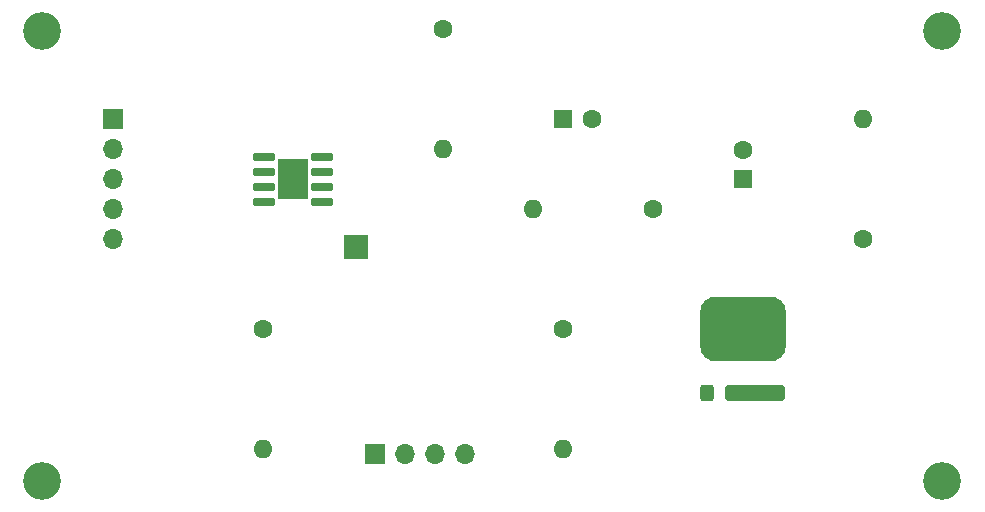
<source format=gts>
%TF.GenerationSoftware,KiCad,Pcbnew,(6.0.2-0)*%
%TF.CreationDate,2022-08-31T15:30:50-04:00*%
%TF.ProjectId,LED Driver,4c454420-4472-4697-9665-722e6b696361,rev?*%
%TF.SameCoordinates,Original*%
%TF.FileFunction,Soldermask,Top*%
%TF.FilePolarity,Negative*%
%FSLAX46Y46*%
G04 Gerber Fmt 4.6, Leading zero omitted, Abs format (unit mm)*
G04 Created by KiCad (PCBNEW (6.0.2-0)) date 2022-08-31 15:30:50*
%MOMM*%
%LPD*%
G01*
G04 APERTURE LIST*
G04 Aperture macros list*
%AMRoundRect*
0 Rectangle with rounded corners*
0 $1 Rounding radius*
0 $2 $3 $4 $5 $6 $7 $8 $9 X,Y pos of 4 corners*
0 Add a 4 corners polygon primitive as box body*
4,1,4,$2,$3,$4,$5,$6,$7,$8,$9,$2,$3,0*
0 Add four circle primitives for the rounded corners*
1,1,$1+$1,$2,$3*
1,1,$1+$1,$4,$5*
1,1,$1+$1,$6,$7*
1,1,$1+$1,$8,$9*
0 Add four rect primitives between the rounded corners*
20,1,$1+$1,$2,$3,$4,$5,0*
20,1,$1+$1,$4,$5,$6,$7,0*
20,1,$1+$1,$6,$7,$8,$9,0*
20,1,$1+$1,$8,$9,$2,$3,0*%
G04 Aperture macros list end*
%ADD10R,1.700000X1.700000*%
%ADD11O,1.700000X1.700000*%
%ADD12R,1.600000X1.600000*%
%ADD13C,1.600000*%
%ADD14O,1.600000X1.600000*%
%ADD15C,3.200000*%
%ADD16R,2.000000X2.000000*%
%ADD17RoundRect,0.150000X-0.820000X-0.150000X0.820000X-0.150000X0.820000X0.150000X-0.820000X0.150000X0*%
%ADD18R,2.620000X3.510000*%
%ADD19RoundRect,0.300000X-0.300000X-0.400000X0.300000X-0.400000X0.300000X0.400000X-0.300000X0.400000X0*%
%ADD20RoundRect,0.350000X-2.200000X-0.350000X2.200000X-0.350000X2.200000X0.350000X-2.200000X0.350000X0*%
%ADD21RoundRect,1.375000X-2.275000X-1.375000X2.275000X-1.375000X2.275000X1.375000X-2.275000X1.375000X0*%
G04 APERTURE END LIST*
D10*
%TO.C,J2*%
X120279000Y-140589000D03*
D11*
X122819000Y-140589000D03*
X125359000Y-140589000D03*
X127899000Y-140589000D03*
%TD*%
D10*
%TO.C,J1*%
X98044000Y-112268000D03*
D11*
X98044000Y-114808000D03*
X98044000Y-117348000D03*
X98044000Y-119888000D03*
X98044000Y-122428000D03*
%TD*%
D12*
%TO.C,C2*%
X151384000Y-117348000D03*
D13*
X151384000Y-114848000D03*
%TD*%
%TO.C,R1*%
X125984000Y-104648000D03*
D14*
X125984000Y-114808000D03*
%TD*%
D15*
%TO.C,REF\u002A\u002A*%
X92075000Y-104775000D03*
%TD*%
D16*
%TO.C,REF\u002A\u002A*%
X118618000Y-123063000D03*
%TD*%
D17*
%TO.C,U1*%
X110804000Y-115443000D03*
X110804000Y-116713000D03*
X110804000Y-117983000D03*
X110804000Y-119253000D03*
X115764000Y-119253000D03*
X115764000Y-117983000D03*
X115764000Y-116713000D03*
X115764000Y-115443000D03*
D18*
X113284000Y-117348000D03*
%TD*%
D12*
%TO.C,C1*%
X136144000Y-112268000D03*
D13*
X138644000Y-112268000D03*
%TD*%
D15*
%TO.C,REF\u002A\u002A*%
X168275000Y-104775000D03*
%TD*%
D13*
%TO.C,R5*%
X136144000Y-130048000D03*
D14*
X136144000Y-140208000D03*
%TD*%
D19*
%TO.C,U2*%
X148384000Y-135398000D03*
D20*
X152384000Y-135398000D03*
D21*
X151384000Y-130048000D03*
%TD*%
D15*
%TO.C,REF\u002A\u002A*%
X92075000Y-142875000D03*
%TD*%
D13*
%TO.C,R3*%
X143764000Y-119888000D03*
D14*
X133604000Y-119888000D03*
%TD*%
D15*
%TO.C,REF\u002A\u002A*%
X168275000Y-142875000D03*
%TD*%
D13*
%TO.C,R6*%
X110744000Y-130048000D03*
D14*
X110744000Y-140208000D03*
%TD*%
D13*
%TO.C,R4*%
X161544000Y-122428000D03*
D14*
X161544000Y-112268000D03*
%TD*%
M02*

</source>
